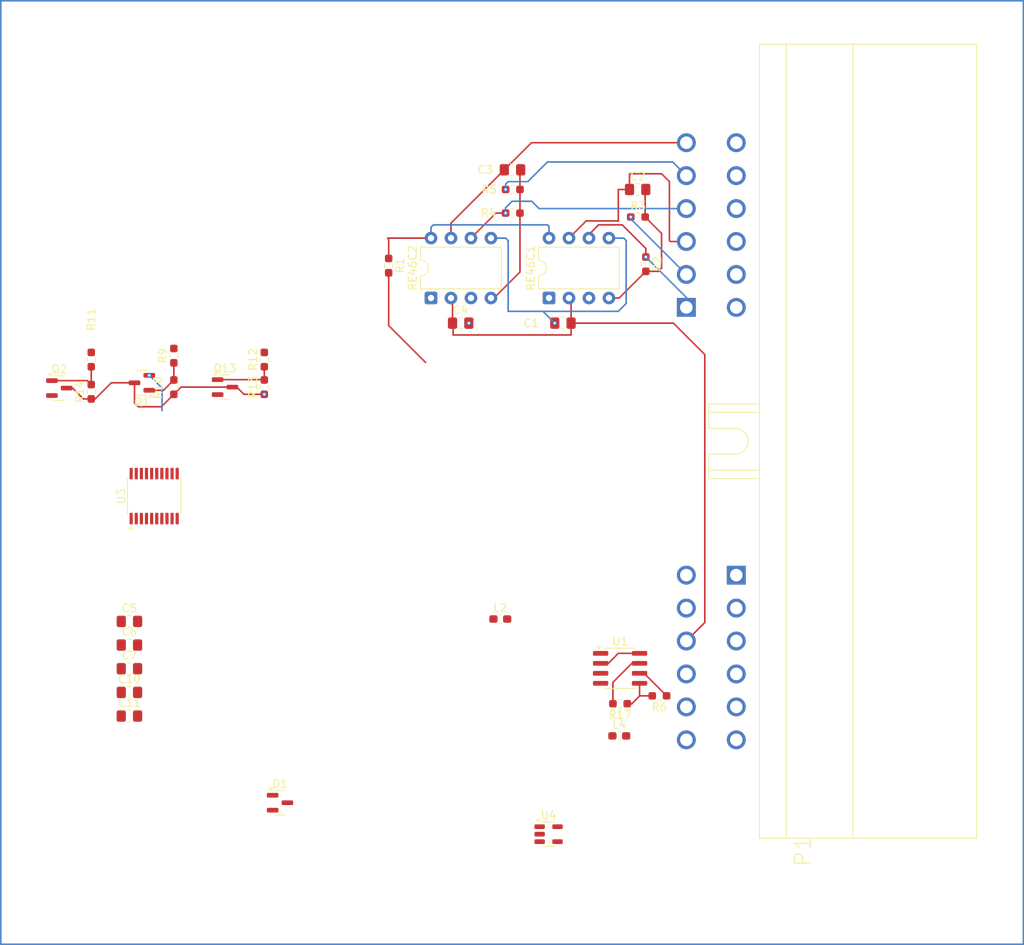
<source format=kicad_pcb>
(kicad_pcb (version 20241229) (generator "pcbnew") (generator_version "9.0")
  (layers (0 "F.Cu" signal) (2 "B.Cu" signal) (13 "F.Paste" user) (15 "B.Paste" user) (5 "F.SilkS" user "F.Silkscreen") (7 "B.SilkS" user "B.Silkscreen") (1 "F.Mask" user) (3 "B.Mask" user) (25 "Edge.Cuts" user))
  (net 0 "")
  (net 1 "Net-(RE46C1-HRNEN)")
  (net 2 "Buzz_Enable")
  (net 3 "Net-(RE46C1-FEED)")
  (net 4 "Speaker1_G")
  (net 5 "Speaker1_F")
  (net 6 "Net-(RE46C2-FEED)")
  (net 7 "Speaker2_G")
  (net 8 "Speaker2_F")
  (net 9 "CANH")
  (net 10 "CANL")
  (net 11 "BMS_Fault")
  (net 12 "Net-(Q1-G)")
  (net 13 "3.3V")
  (net 14 "Net-(Q2-G)")
  (net 15 "IMD_Fault")
  (net 16 "Reset")
  (net 17 "Net-(Q13-G)")
  (net 18 "GND")
  (net 19 "Net-(U1-VCC)")
  (net 20 "Vref")
  (net 21 "SPK_12V+")
  (net 22 "3.3V+")
  (net 23 "+3.3V")
  (net 24 "Net-(U1-CANL)")
  (net 25 "Net-(U1-CANH)")
  (net 27 "Speaker1_M")
  (net 29 "Speaker2_M")
  (net 37 "Net-(Q1-S)")
  (net 38 "Net-(Q2-S)")
  (net 39 "Teensy_TX")
  (net 40 "Teensy_RX")
  (net 41 "Net-(Q13-S)")
  (net 42 "Net-(U1-D)")
  (net 46 "Net-(U1-R)")
  (net 47 "R2D")
  (footprint "Capacitor_SMD:C_0805_2012Metric_Pad1.18x1.45mm_HandSolder" (layer "F.Cu") (at 115.8525 101.935)
    (property "Reference" "C5" (at 0 -1.68 0) (layer "F.SilkS"))
    (property "Value" "10uF")
    (fp_line (start -0.261252 -0.735) (end 0.261252 -0.735) (stroke (width 0.12)) (layer "F.SilkS"))
    (fp_line (start -0.261252 0.735) (end 0.261252 0.735) (stroke (width 0.12)) (layer "F.SilkS"))
    (pad "1" smd roundrect (at -1.0375 0) (size 1.175 1.45) (layers "F.Cu" "F.Mask" "F.Paste") (roundrect_rratio 0.212766) (net 19 "Net-(U1-VCC)"))
    (pad "2" smd roundrect (at 1.0375 0) (size 1.175 1.45) (layers "F.Cu" "F.Mask" "F.Paste") (roundrect_rratio 0.212766) (net 18 "GND"))
  )
  (footprint "Resistor_SMD:R_0603_1608Metric_Pad0.98x0.95mm_HandSolder" (layer "F.Cu") (at 164.5875 50)
    (property "Reference" "R4" (at -3.0875 0 0) (layer "F.SilkS"))
    (property "Value" "1.5M")
    (fp_line (start -0.254724 -0.5225) (end 0.254724 -0.5225) (stroke (width 0.12)) (layer "F.SilkS"))
    (fp_line (start -0.254724 0.5225) (end 0.254724 0.5225) (stroke (width 0.12)) (layer "F.SilkS"))
    (pad "1" smd roundrect (at -0.9125 0) (size 0.975 0.95) (layers "F.Cu" "F.Mask" "F.Paste") (net 7 "Speaker2_G"))
    (pad "2" smd roundrect (at 0.9125 0) (size 0.975 0.95) (layers "F.Cu" "F.Mask" "F.Paste") (net 6 "Net-(RE46C2-FEED)"))
  )
  (footprint "Capacitor_SMD:C_0805_2012Metric_Pad1.18x1.45mm_HandSolder" (layer "F.Cu") (at 180.4625 47)
    (property "Reference" "C2" (at 0 -1.68 0) (layer "F.SilkS"))
    (property "Value" "1200pF")
    (fp_line (start -0.261252 -0.735) (end 0.261252 -0.735) (stroke (width 0.12)) (layer "F.SilkS"))
    (fp_line (start -0.261252 0.735) (end 0.261252 0.735) (stroke (width 0.12)) (layer "F.SilkS"))
    (pad "1" smd roundrect (at -1.0375 0) (size 1.175 1.45) (layers "F.Cu" "F.Mask" "F.Paste") (roundrect_rratio 0.212766) (net 27 "Speaker1_M"))
    (pad "2" smd roundrect (at 1.0375 0) (size 1.175 1.45) (layers "F.Cu" "F.Mask" "F.Paste") (roundrect_rratio 0.212766) (net 3 "Net-(RE46C1-FEED)"))
  )
  (footprint "Package_TO_SOT_SMD:SOT-23" (layer "F.Cu") (at 106.9375 72.2625)
    (property "Reference" "Q2" (at 0 -2.4 0) (layer "F.SilkS"))
    (property "Value" "AO3400A")
    (fp_line (start 0 -1.56) (end -0.65 -1.56) (stroke (width 0.12)) (layer "F.SilkS"))
    (fp_line (start 0 -1.56) (end 0.65 -1.56) (stroke (width 0.12)) (layer "F.SilkS"))
    (fp_line (start 0 1.56) (end -0.65 1.56) (stroke (width 0.12)) (layer "F.SilkS"))
    (fp_line (start 0 1.56) (end 0.65 1.56) (stroke (width 0.12)) (layer "F.SilkS"))
    (fp_poly (pts (xy -1.1625 -1.51) (xy -1.4025 -1.84) (xy -0.9225 -1.84)) (stroke (width 0.12)) (fill yes) (layer "F.SilkS"))
    (pad "1" smd roundrect (at -0.9375 -0.95) (size 1.475 0.6) (layers "F.Cu" "F.Mask" "F.Paste") (net 14 "Net-(Q2-G)"))
    (pad "2" smd roundrect (at -0.9375 0.95) (size 1.475 0.6) (layers "F.Cu" "F.Mask" "F.Paste") (net 38 "Net-(Q2-S)"))
    (pad "3" smd roundrect (at 0.9375 0) (size 1.475 0.6) (layers "F.Cu" "F.Mask" "F.Paste") (net 18 "GND"))
  )
  (footprint "Package_TO_SOT_SMD:TSOT-23-5" (layer "F.Cu") (at 169.1375 129)
    (property "Reference" "U4" (at 0 -2.4 0) (layer "F.SilkS"))
    (property "Value" "LT1761-3.3")
    (fp_line (start 0 -1.56) (end -0.8 -1.56) (stroke (width 0.12)) (layer "F.SilkS"))
    (fp_line (start 0 -1.56) (end 0.8 -1.56) (stroke (width 0.12)) (layer "F.SilkS"))
    (fp_line (start 0 1.56) (end -0.8 1.56) (stroke (width 0.12)) (layer "F.SilkS"))
    (fp_line (start 0 1.56) (end 0.8 1.56) (stroke (width 0.12)) (layer "F.SilkS"))
    (fp_poly (pts (xy -1.3 -1.51) (xy -1.54 -1.84) (xy -1.06 -1.84)) (stroke (width 0.12)) (fill yes) (layer "F.SilkS"))
    (pad "1" smd roundrect (at -1.1375 -0.95) (size 1.325 0.6) (layers "F.Cu" "F.Mask" "F.Paste") (net 21 "SPK_12V+"))
    (pad "2" smd roundrect (at -1.1375 0) (size 1.325 0.6) (layers "F.Cu" "F.Mask" "F.Paste") (net 18 "GND"))
    (pad "3" smd roundrect (at -1.1375 0.95) (size 1.325 0.6) (layers "F.Cu" "F.Mask" "F.Paste"))
    (pad "4" smd roundrect (at 1.1375 0.95) (size 1.325 0.6) (layers "F.Cu" "F.Mask" "F.Paste"))
    (pad "5" smd roundrect (at 1.1375 -0.95) (size 1.325 0.6) (layers "F.Cu" "F.Mask" "F.Paste") (net 22 "3.3V+"))
  )
  (footprint "Package_SO:SOIC-8_3.9x4.9mm_P1.27mm" (layer "F.Cu") (at 178.230001 107.905)
    (property "Reference" "U1" (at 0 -3.4 0) (layer "F.SilkS"))
    (property "Value" "SN65HVD230")
    (fp_line (start 0 -2.56) (end -1.95 -2.56) (stroke (width 0.12)) (layer "F.SilkS"))
    (fp_line (start 0 -2.56) (end 1.95 -2.56) (stroke (width 0.12)) (layer "F.SilkS"))
    (fp_line (start 0 2.56) (end -1.95 2.56) (stroke (width 0.12)) (layer "F.SilkS"))
    (fp_line (start 0 2.56) (end 1.95 2.56) (stroke (width 0.12)) (layer "F.SilkS"))
    (fp_poly (pts (xy -2.7 -2.465) (xy -2.94 -2.795) (xy -2.46 -2.795)) (stroke (width 0.12)) (fill yes) (layer "F.SilkS"))
    (pad "1" smd roundrect (at -2.475 -1.905) (size 1.95 0.6) (layers "F.Cu" "F.Mask" "F.Paste") (net 42 "Net-(U1-D)"))
    (pad "2" smd roundrect (at -2.475 -0.635) (size 1.95 0.6) (layers "F.Cu" "F.Mask" "F.Paste") (net 18 "GND"))
    (pad "3" smd roundrect (at -2.475 0.635) (size 1.95 0.6) (layers "F.Cu" "F.Mask" "F.Paste") (net 19 "Net-(U1-VCC)"))
    (pad "4" smd roundrect (at -2.475 1.905) (size 1.95 0.6) (layers "F.Cu" "F.Mask" "F.Paste") (net 46 "Net-(U1-R)"))
    (pad "5" smd roundrect (at 2.475 1.905) (size 1.95 0.6) (layers "F.Cu" "F.Mask" "F.Paste") (net 20 "Vref"))
    (pad "6" smd roundrect (at 2.475 0.635) (size 1.95 0.6) (layers "F.Cu" "F.Mask" "F.Paste") (net 24 "Net-(U1-CANL)"))
    (pad "7" smd roundrect (at 2.475 -0.635) (size 1.95 0.6) (layers "F.Cu" "F.Mask" "F.Paste") (net 25 "Net-(U1-CANH)"))
    (pad "8" smd roundrect (at 2.475 -1.905) (size 1.95 0.6) (layers "F.Cu" "F.Mask" "F.Paste") (net 18 "GND"))
  )
  (footprint "Resistor_SMD:R_0603_1608Metric_Pad0.98x0.95mm_HandSolder" (layer "F.Cu") (at 111 68.6375 90)
    (property "Reference" "R11" (at 5.0875 -0.02 90) (layer "F.SilkS"))
    (property "Value" "3k")
    (fp_line (start -0.254724 -0.5225) (end 0.254724 -0.5225) (stroke (width 0.12)) (layer "F.SilkS"))
    (fp_line (start -0.254724 0.5225) (end 0.254724 0.5225) (stroke (width 0.12)) (layer "F.SilkS"))
    (pad "1" smd roundrect (at -0.9125 0 90) (size 0.975 0.95) (layers "F.Cu" "F.Mask" "F.Paste") (net 14 "Net-(Q2-G)"))
    (pad "2" smd roundrect (at 0.9125 0 90) (size 0.975 0.95) (layers "F.Cu" "F.Mask" "F.Paste") (net 15 "IMD_Fault"))
  )
  (footprint "Package_DIP:DIP-8_W7.62mm" (layer "F.Cu") (at 154.19 60.805 90)
    (property "Reference" "RE46C2" (at 3.81 -2.33 90) (layer "F.SilkS"))
    (property "Value" "~")
    (fp_line (start 6.46 -1.33) (end 4.81 -1.33) (stroke (width 0.12)) (layer "F.SilkS"))
    (fp_line (start 2.81 -1.33) (end 1.16 -1.33) (stroke (width 0.12)) (layer "F.SilkS"))
    (fp_line (start 1.16 -1.33) (end 1.16 8.95) (stroke (width 0.12)) (layer "F.SilkS"))
    (fp_line (start 6.46 8.95) (end 6.46 -1.33) (stroke (width 0.12)) (layer "F.SilkS"))
    (fp_line (start 1.16 8.95) (end 6.46 8.95) (stroke (width 0.12)) (layer "F.SilkS"))
    (fp_arc (start 4.81 -1.33) (mid 3.81 -0.33) (end 2.81 -1.33) (stroke (width 0.12)) (layer "F.SilkS"))
    (pad "1" thru_hole roundrect (at 0 0 90) (size 1.6 1.6) (drill 0.8) (layers "*.Cu" "*.Mask") (roundrect_rratio 0.15625))
    (pad "2" thru_hole circle (at 0 2.54 90) (size 1.6 1.6) (drill 0.8) (layers "*.Cu" "*.Mask") (net 21 "SPK_12V+"))
    (pad "3" thru_hole circle (at 0 5.08 90) (size 1.6 1.6) (drill 0.8) (layers "*.Cu" "*.Mask"))
    (pad "4" thru_hole circle (at 0 7.62 90) (size 1.6 1.6) (drill 0.8) (layers "*.Cu" "*.Mask") (net 6 "Net-(RE46C2-FEED)"))
    (pad "5" thru_hole circle (at 7.62 7.62 90) (size 1.6 1.6) (drill 0.8) (layers "*.Cu" "*.Mask") (net 18 "GND"))
    (pad "6" thru_hole circle (at 7.62 5.08 90) (size 1.6 1.6) (drill 0.8) (layers "*.Cu" "*.Mask") (net 7 "Speaker2_G"))
    (pad "7" thru_hole circle (at 7.62 2.54 90) (size 1.6 1.6) (drill 0.8) (layers "*.Cu" "*.Mask") (net 29 "Speaker2_M"))
    (pad "8" thru_hole circle (at 7.62 0 90) (size 1.6 1.6) (drill 0.8) (layers "*.Cu" "*.Mask") (net 1 "Net-(RE46C1-HRNEN)"))
  )
  (footprint "Capacitor_SMD:C_0805_2012Metric_Pad1.18x1.45mm_HandSolder" (layer "F.Cu") (at 115.8525 107.955)
    (property "Reference" "C7" (at 0 -1.68 0) (layer "F.SilkS"))
    (property "Value" "C")
    (fp_line (start -0.261252 -0.735) (end 0.261252 -0.735) (stroke (width 0.12)) (layer "F.SilkS"))
    (fp_line (start -0.261252 0.735) (end 0.261252 0.735) (stroke (width 0.12)) (layer "F.SilkS"))
    (pad "1" smd roundrect (at -1.0375 0) (size 1.175 1.45) (layers "F.Cu" "F.Mask" "F.Paste") (roundrect_rratio 0.212766) (net 13 "3.3V"))
    (pad "2" smd roundrect (at 1.0375 0) (size 1.175 1.45) (layers "F.Cu" "F.Mask" "F.Paste") (roundrect_rratio 0.212766) (net 18 "GND"))
  )
  (footprint "Resistor_SMD:R_0603_1608Metric_Pad0.98x0.95mm_HandSolder" (layer "F.Cu") (at 133 68.6375 90)
    (property "Reference" "R12" (at 0 -1.43 90) (layer "F.SilkS"))
    (property "Value" "3k")
    (fp_line (start -0.254724 -0.5225) (end 0.254724 -0.5225) (stroke (width 0.12)) (layer "F.SilkS"))
    (fp_line (start -0.254724 0.5225) (end 0.254724 0.5225) (stroke (width 0.12)) (layer "F.SilkS"))
    (pad "1" smd roundrect (at -0.9125 0 90) (size 0.975 0.95) (layers "F.Cu" "F.Mask" "F.Paste") (net 17 "Net-(Q13-G)"))
    (pad "2" smd roundrect (at 0.9125 0 90) (size 0.975 0.95) (layers "F.Cu" "F.Mask" "F.Paste") (net 16 "Reset"))
  )
  (footprint "TE_DTM1312PC12PDR008:TE_DTM1312PC12PDR008" (layer "F.Cu") (at 191.04 79.025 90)
    (property "Reference" "P1" (at -52.16863 10.42965 90) (layer "F.SilkS") (effects (font (size 2.005717 2.005717))))
    (property "Value" "DTM1312PC12PDR008")
    (fp_line (start 4.75 -1.52) (end 4.75 4.91) (stroke (width 0.127)) (layer "F.SilkS"))
    (fp_line (start 3.68 -1.52) (end 4.75 -1.52) (stroke (width 0.127)) (layer "F.SilkS"))
    (fp_line (start 1.625 -1.52) (end 3.68 -1.52) (stroke (width 0.127)) (layer "F.SilkS"))
    (fp_line (start -1.625 -1.52) (end -1.625 1.855) (stroke (width 0.127)) (layer "F.SilkS"))
    (fp_line (start -3.68 -1.52) (end -1.625 -1.52) (stroke (width 0.127)) (layer "F.SilkS"))
    (fp_line (start -4.75 -1.52) (end -3.68 -1.52) (stroke (width 0.127)) (layer "F.SilkS"))
    (fp_line (start 1.625 1.855) (end 1.625 -1.52) (stroke (width 0.127)) (layer "F.SilkS"))
    (fp_line (start 50.5 4.91) (end 50.5 8.31) (stroke (width 0.127)) (layer "F.SilkS"))
    (fp_line (start 4.75 4.91) (end 50.5 4.91) (stroke (width 0.127)) (layer "F.SilkS"))
    (fp_line (start 3.68 4.91) (end 3.68 -1.52) (stroke (width 0.127)) (layer "F.SilkS"))
    (fp_line (start 3.68 4.91) (end 4.75 4.91) (stroke (width 0.127)) (layer "F.SilkS"))
    (fp_line (start -3.68 4.91) (end -3.68 -1.52) (stroke (width 0.127)) (layer "F.SilkS"))
    (fp_line (start -3.68 4.91) (end 3.68 4.91) (stroke (width 0.127)) (layer "F.SilkS"))
    (fp_line (start -4.75 4.91) (end -4.75 -1.52) (stroke (width 0.127)) (layer "F.SilkS"))
    (fp_line (start -4.75 4.91) (end -3.68 4.91) (stroke (width 0.127)) (layer "F.SilkS"))
    (fp_line (start -50.5 4.91) (end -4.75 4.91) (stroke (width 0.127)) (layer "F.SilkS"))
    (fp_line (start 50.5 8.31) (end 50.5 16.77) (stroke (width 0.127)) (layer "F.SilkS"))
    (fp_line (start -50.5 8.31) (end -50.5 4.91) (stroke (width 0.127)) (layer "F.SilkS"))
    (fp_line (start -50.5 8.31) (end 50.5 8.31) (stroke (width 0.127)) (layer "F.SilkS"))
    (fp_line (start 50.5 16.77) (end -50.5 16.77) (stroke (width 0.127)) (layer "F.SilkS"))
    (fp_line (start -50.5 16.77) (end -50.5 8.31) (stroke (width 0.127)) (layer "F.SilkS"))
    (fp_line (start -50.5 16.77) (end -50.5 32.52) (stroke (width 0.127)) (layer "F.SilkS"))
    (fp_line (start 50.5 32.52) (end 50.5 16.77) (stroke (width 0.127)) (layer "F.SilkS"))
    (fp_line (start -50.5 32.52) (end 50.5 32.52) (stroke (width 0.127)) (layer "F.SilkS"))
    (fp_arc (start 1.625 1.855) (mid 1.149049 3.004049) (end 0 3.48) (stroke (width 0.127)) (layer "F.SilkS"))
    (fp_arc (start 0 3.48) (mid -1.149049 3.004049) (end -1.625 1.855) (stroke (width 0.127)) (layer "F.SilkS"))
    (pad "C1" thru_hole rect (at -17.025 1.96 90) (size 2.4 2.4) (drill 1.6) (layers "*.Cu" "*.Mask"))
    (pad "C2" thru_hole circle (at -21.215 1.96 90) (size 2.4 2.4) (drill 1.6) (layers "*.Cu" "*.Mask"))
    (pad "C3" thru_hole circle (at -25.405 1.96 90) (size 2.4 2.4) (drill 1.6) (layers "*.Cu" "*.Mask"))
    (pad "C4" thru_hole circle (at -29.595 1.96 90) (size 2.4 2.4) (drill 1.6) (layers "*.Cu" "*.Mask") (net 18 "GND"))
    (pad "C5" thru_hole circle (at -33.785 1.96 90) (size 2.4 2.4) (drill 1.6) (layers "*.Cu" "*.Mask") (net 40 "Teensy_RX"))
    (pad "C6" thru_hole circle (at -37.975 1.96 90) (size 2.4 2.4) (drill 1.6) (layers "*.Cu" "*.Mask") (net 39 "Teensy_TX"))
    (pad "C7" thru_hole circle (at -37.975 -4.39 90) (size 2.4 2.4) (drill 1.6) (layers "*.Cu" "*.Mask") (net 10 "CANL"))
    (pad "C8" thru_hole circle (at -33.785 -4.39 90) (size 2.4 2.4) (drill 1.6) (layers "*.Cu" "*.Mask") (net 9 "CANH"))
    (pad "C9" thru_hole circle (at -29.595 -4.39 90) (size 2.4 2.4) (drill 1.6) (layers "*.Cu" "*.Mask"))
    (pad "C10" thru_hole circle (at -25.405 -4.39 90) (size 2.4 2.4) (drill 1.6) (layers "*.Cu" "*.Mask") (net 21 "SPK_12V+"))
    (pad "C11" thru_hole circle (at -21.215 -4.39 90) (size 2.4 2.4) (drill 1.6) (layers "*.Cu" "*.Mask") (net 18 "GND"))
    (pad "C12" thru_hole circle (at -17.025 -4.39 90) (size 2.4 2.4) (drill 1.6) (layers "*.Cu" "*.Mask") (net 47 "R2D"))
    (pad "D1" thru_hole rect (at 17.025 -4.39 90) (size 2.4 2.4) (drill 1.6) (layers "*.Cu" "*.Mask") (net 4 "Speaker1_G"))
    (pad "D2" thru_hole circle (at 21.215 -4.39 90) (size 2.4 2.4) (drill 1.6) (layers "*.Cu" "*.Mask") (net 5 "Speaker1_F"))
    (pad "D3" thru_hole circle (at 25.405 -4.39 90) (size 2.4 2.4) (drill 1.6) (layers "*.Cu" "*.Mask") (net 27 "Speaker1_M"))
    (pad "D4" thru_hole circle (at 29.595 -4.39 90) (size 2.4 2.4) (drill 1.6) (layers "*.Cu" "*.Mask") (net 7 "Speaker2_G"))
    (pad "D5" thru_hole circle (at 33.785 -4.39 90) (size 2.4 2.4) (drill 1.6) (layers "*.Cu" "*.Mask") (net 8 "Speaker2_F"))
    (pad "D6" thru_hole circle (at 37.975 -4.39 90) (size 2.4 2.4) (drill 1.6) (layers "*.Cu" "*.Mask") (net 29 "Speaker2_M"))
    (pad "D7" thru_hole circle (at 37.975 1.96 90) (size 2.4 2.4) (drill 1.6) (layers "*.Cu" "*.Mask"))
    (pad "D8" thru_hole circle (at 33.785 1.96 90) (size 2.4 2.4) (drill 1.6) (layers "*.Cu" "*.Mask"))
    (pad "D9" thru_hole circle (at 29.595 1.96 90) (size 2.4 2.4) (drill 1.6) (layers "*.Cu" "*.Mask"))
    (pad "D10" thru_hole circle (at 25.405 1.96 90) (size 2.4 2.4) (drill 1.6) (layers "*.Cu" "*.Mask"))
    (pad "D11" thru_hole circle (at 21.215 1.96 90) (size 2.4 2.4) (drill 1.6) (layers "*.Cu" "*.Mask"))
    (pad "D12" thru_hole circle (at 17.025 1.96 90) (size 2.4 2.4) (drill 1.6) (layers "*.Cu" "*.Mask"))
  )
  (footprint "Inductor_SMD:L_0603_1608Metric_Pad1.05x0.95mm_HandSolder" (layer "F.Cu") (at 162.999999 101.635)
    (property "Reference" "L2" (at 0 -1.43 0) (layer "F.SilkS"))
    (property "Value" "GZ1608D601TF")
    (fp_line (start -0.171267 -0.51) (end 0.171267 -0.51) (stroke (width 0.12)) (layer "F.SilkS"))
    (fp_line (start -0.171267 0.51) (end 0.171267 0.51) (stroke (width 0.12)) (layer "F.SilkS"))
    (pad "1" smd roundrect (at -0.875 0) (size 1.05 0.95) (layers "F.Cu" "F.Mask" "F.Paste") (net 19 "Net-(U1-VCC)"))
    (pad "2" smd roundrect (at 0.875 0) (size 1.05 0.95) (layers "F.Cu" "F.Mask" "F.Paste") (net 23 "+3.3V"))
  )
  (footprint "Package_TO_SOT_SMD:SOT-23" (layer "F.Cu") (at 135 125)
    (property "Reference" "D1" (at 0 -2.4 0) (layer "F.SilkS"))
    (property "Value" "ESD2CANFD24DBZRQ1")
    (fp_line (start 0 -1.56) (end -0.65 -1.56) (stroke (width 0.12)) (layer "F.SilkS"))
    (fp_line (start 0 -1.56) (end 0.65 -1.56) (stroke (width 0.12)) (layer "F.SilkS"))
    (fp_line (start 0 1.56) (end -0.65 1.56) (stroke (width 0.12)) (layer "F.SilkS"))
    (fp_line (start 0 1.56) (end 0.65 1.56) (stroke (width 0.12)) (layer "F.SilkS"))
    (fp_poly (pts (xy -1.1625 -1.51) (xy -1.4025 -1.84) (xy -0.9225 -1.84)) (stroke (width 0.12)) (fill yes) (layer "F.SilkS"))
    (pad "1" smd roundrect (at -0.9375 -0.95) (size 1.475 0.6) (layers "F.Cu" "F.Mask" "F.Paste") (net 10 "CANL"))
    (pad "2" smd roundrect (at -0.9375 0.95) (size 1.475 0.6) (layers "F.Cu" "F.Mask" "F.Paste") (net 9 "CANH"))
    (pad "3" smd roundrect (at 0.9375 0) (size 1.475 0.6) (layers "F.Cu" "F.Mask" "F.Paste") (net 18 "GND"))
  )
  (footprint "Capacitor_SMD:C_0805_2012Metric_Pad1.18x1.45mm_HandSolder" (layer "F.Cu") (at 170.9625 64 180)
    (property "Reference" "C1" (at 4.0375 0 0) (layer "F.SilkS"))
    (property "Value" "1uF/50V")
    (fp_line (start -0.261252 0.735) (end 0.261252 0.735) (stroke (width 0.12)) (layer "F.SilkS"))
    (fp_line (start -0.261252 -0.735) (end 0.261252 -0.735) (stroke (width 0.12)) (layer "F.SilkS"))
    (pad "1" smd roundrect (at -1.0375 0 180) (size 1.175 1.45) (layers "F.Cu" "F.Mask" "F.Paste") (roundrect_rratio 0.212766) (net 21 "SPK_12V+"))
    (pad "2" smd roundrect (at 1.0375 0 180) (size 1.175 1.45) (layers "F.Cu" "F.Mask" "F.Paste") (roundrect_rratio 0.212766) (net 18 "GND"))
  )
  (footprint "Resistor_SMD:R_0603_1608Metric_Pad0.98x0.95mm_HandSolder" (layer "F.Cu") (at 121.5 72.1375 90)
    (property "Reference" "R10" (at -0.0625 -2 90) (layer "F.SilkS"))
    (property "Value" "12k")
    (fp_line (start -0.254724 -0.5225) (end 0.254724 -0.5225) (stroke (width 0.12)) (layer "F.SilkS"))
    (fp_line (start -0.254724 0.5225) (end 0.254724 0.5225) (stroke (width 0.12)) (layer "F.SilkS"))
    (pad "1" smd roundrect (at -0.9125 0 90) (size 0.975 0.95) (layers "F.Cu" "F.Mask" "F.Paste") (net 18 "GND"))
    (pad "2" smd roundrect (at 0.9125 0 90) (size 0.975 0.95) (layers "F.Cu" "F.Mask" "F.Paste") (net 12 "Net-(Q1-G)"))
  )
  (footprint "Package_SO:TSSOP-20_4.4x6.5mm_P0.65mm" (layer "F.Cu") (at 119 86 90)
    (property "Reference" "U3" (at 0 -4.2 90) (layer "F.SilkS"))
    (property "Value" "STM32C011F4Px")
    (fp_line (start 0 -3.385) (end 2.2 -3.385) (stroke (width 0.12)) (layer "F.SilkS"))
    (fp_line (start 0 -3.385) (end -2.2 -3.385) (stroke (width 0.12)) (layer "F.SilkS"))
    (fp_line (start 0 3.385) (end 2.2 3.385) (stroke (width 0.12)) (layer "F.SilkS"))
    (fp_line (start 0 3.385) (end -2.2 3.385) (stroke (width 0.12)) (layer "F.SilkS"))
    (fp_poly (pts (xy -3.86 -2.925) (xy -4.19 -2.685) (xy -4.19 -3.165)) (stroke (width 0.12)) (fill yes) (layer "F.SilkS"))
    (pad "1" smd roundrect (at -2.8625 -2.925 90) (size 1.475 0.4) (layers "F.Cu" "F.Mask" "F.Paste"))
    (pad "2" smd roundrect (at -2.8625 -2.275 90) (size 1.475 0.4) (layers "F.Cu" "F.Mask" "F.Paste"))
    (pad "3" smd roundrect (at -2.8625 -1.625 90) (size 1.475 0.4) (layers "F.Cu" "F.Mask" "F.Paste"))
    (pad "4" smd roundrect (at -2.8625 -0.975 90) (size 1.475 0.4) (layers "F.Cu" "F.Mask" "F.Paste") (net 13 "3.3V"))
    (pad "5" smd roundrect (at -2.8625 -0.325 90) (size 1.475 0.4) (layers "F.Cu" "F.Mask" "F.Paste") (net 18 "GND"))
    (pad "6" smd roundrect (at -2.8625 0.325 90) (size 1.475 0.4) (layers "F.Cu" "F.Mask" "F.Paste"))
    (pad "7" smd roundrect (at -2.8625 0.975 90) (size 1.475 0.4) (layers "F.Cu" "F.Mask" "F.Paste") (net 46 "Net-(U1-R)"))
    (pad "8" smd roundrect (at -2.8625 1.625 90) (size 1.475 0.4) (layers "F.Cu" "F.Mask" "F.Paste") (net 42 "Net-(U1-D)"))
    (pad "9" smd roundrect (at -2.8625 2.275 90) (size 1.475 0.4) (layers "F.Cu" "F.Mask" "F.Paste") (net 40 "Teensy_RX"))
    (pad "10" smd roundrect (at -2.8625 2.925 90) (size 1.475 0.4) (layers "F.Cu" "F.Mask" "F.Paste") (net 39 "Teensy_TX"))
    (pad "11" smd roundrect (at 2.8625 2.925 90) (size 1.475 0.4) (layers "F.Cu" "F.Mask" "F.Paste") (net 38 "Net-(Q2-S)"))
    (pad "12" smd roundrect (at 2.8625 2.275 90) (size 1.475 0.4) (layers "F.Cu" "F.Mask" "F.Paste") (net 37 "Net-(Q1-S)"))
    (pad "13" smd roundrect (at 2.8625 1.625 90) (size 1.475 0.4) (layers "F.Cu" "F.Mask" "F.Paste") (net 41 "Net-(Q13-S)"))
    (pad "14" smd roundrect (at 2.8625 0.975 90) (size 1.475 0.4) (layers "F.Cu" "F.Mask" "F.Paste") (net 2 "Buzz_Enable"))
    (pad "15" smd roundrect (at 2.8625 0.325 90) (size 1.475 0.4) (layers "F.Cu" "F.Mask" "F.Paste") (net 47 "R2D"))
    (pad "16" smd roundrect (at 2.8625 -0.325 90) (size 1.475 0.4) (layers "F.Cu" "F.Mask" "F.Paste"))
    (pad "17" smd roundrect (at 2.8625 -0.975 90) (size 1.475 0.4) (layers "F.Cu" "F.Mask" "F.Paste"))
    (pad "18" smd roundrect (at 2.8625 -1.625 90) (size 1.475 0.4) (layers "F.Cu" "F.Mask" "F.Paste"))
    (pad "19" smd roundrect (at 2.8625 -2.275 90) (size 1.475 0.4) (layers "F.Cu" "F.Mask" "F.Paste"))
    (pad "20" smd roundrect (at 2.8625 -2.925 90) (size 1.475 0.4) (layers "F.Cu" "F.Mask" "F.Paste"))
  )
  (footprint "Resistor_SMD:R_0603_1608Metric_Pad0.98x0.95mm_HandSolder" (layer "F.Cu") (at 164.5875 47)
    (property "Reference" "R5" (at -3 0 0) (layer "F.SilkS"))
    (property "Value" "150k")
    (fp_line (start -0.254724 -0.5225) (end 0.254724 -0.5225) (stroke (width 0.12)) (layer "F.SilkS"))
    (fp_line (start -0.254724 0.5225) (end 0.254724 0.5225) (stroke (width 0.12)) (layer "F.SilkS"))
    (pad "1" smd roundrect (at -0.9125 0) (size 0.975 0.95) (layers "F.Cu" "F.Mask" "F.Paste") (net 8 "Speaker2_F"))
    (pad "2" smd roundrect (at 0.9125 0) (size 0.975 0.95) (layers "F.Cu" "F.Mask" "F.Paste") (net 6 "Net-(RE46C2-FEED)"))
  )
  (footprint "Package_DIP:DIP-8_W7.62mm" (layer "F.Cu") (at 169.19 60.805 90)
    (property "Reference" "RE46C1" (at 3.81 -2.33 90) (layer "F.SilkS"))
    (property "Value" "~")
    (fp_line (start 6.46 -1.33) (end 4.81 -1.33) (stroke (width 0.12)) (layer "F.SilkS"))
    (fp_line (start 2.81 -1.33) (end 1.16 -1.33) (stroke (width 0.12)) (layer "F.SilkS"))
    (fp_line (start 1.16 -1.33) (end 1.16 8.95) (stroke (width 0.12)) (layer "F.SilkS"))
    (fp_line (start 6.46 8.95) (end 6.46 -1.33) (stroke (width 0.12)) (layer "F.SilkS"))
    (fp_line (start 1.16 8.95) (end 6.46 8.95) (stroke (width 0.12)) (layer "F.SilkS"))
    (fp_arc (start 4.81 -1.33) (mid 3.81 -0.33) (end 2.81 -1.33) (stroke (width 0.12)) (layer "F.SilkS"))
    (pad "1" thru_hole roundrect (at 0 0 90) (size 1.6 1.6) (drill 0.8) (layers "*.Cu" "*.Mask") (roundrect_rratio 0.15625))
    (pad "2" thru_hole circle (at 0 2.54 90) (size 1.6 1.6) (drill 0.8) (layers "*.Cu" "*.Mask") (net 21 "SPK_12V+"))
    (pad "3" thru_hole circle (at 0 5.08 90) (size 1.6 1.6) (drill 0.8) (layers "*.Cu" "*.Mask"))
    (pad "4" thru_hole circle (at 0 7.62 90) (size 1.6 1.6) (drill 0.8) (layers "*.Cu" "*.Mask") (net 3 "Net-(RE46C1-FEED)"))
    (pad "5" thru_hole circle (at 7.62 7.62 90) (size 1.6 1.6) (drill 0.8) (layers "*.Cu" "*.Mask") (net 18 "GND"))
    (pad "6" thru_hole circle (at 7.62 5.08 90) (size 1.6 1.6) (drill 0.8) (layers "*.Cu" "*.Mask") (net 4 "Speaker1_G"))
    (pad "7" thru_hole circle (at 7.62 2.54 90) (size 1.6 1.6) (drill 0.8) (layers "*.Cu" "*.Mask") (net 27 "Speaker1_M"))
    (pad "8" thru_hole circle (at 7.62 0 90) (size 1.6 1.6) (drill 0.8) (layers "*.Cu" "*.Mask") (net 1 "Net-(RE46C1-HRNEN)"))
  )
  (footprint "Resistor_SMD:R_0603_1608Metric_Pad0.98x0.95mm_HandSolder" (layer "F.Cu") (at 111 72.725 90)
    (property "Reference" "R14" (at 0 -1.43 90) (layer "F.SilkS"))
    (property "Value" "12k")
    (fp_line (start -0.254724 -0.5225) (end 0.254724 -0.5225) (stroke (width 0.12)) (layer "F.SilkS"))
    (fp_line (start -0.254724 0.5225) (end 0.254724 0.5225) (stroke (width 0.12)) (layer "F.SilkS"))
    (pad "1" smd roundrect (at -0.9125 0 90) (size 0.975 0.95) (layers "F.Cu" "F.Mask" "F.Paste") (net 18 "GND"))
    (pad "2" smd roundrect (at 0.9125 0 90) (size 0.975 0.95) (layers "F.Cu" "F.Mask" "F.Paste") (net 14 "Net-(Q2-G)"))
  )
  (footprint "Resistor_SMD:R_0603_1608Metric_Pad0.98x0.95mm_HandSolder" (layer "F.Cu") (at 178.230001 112.405 180)
    (property "Reference" "R17" (at 0 -1.43 0) (layer "F.SilkS"))
    (property "Value" "60")
    (fp_line (start -0.254724 0.5225) (end 0.254724 0.5225) (stroke (width 0.12)) (layer "F.SilkS"))
    (fp_line (start -0.254724 -0.5225) (end 0.254724 -0.5225) (stroke (width 0.12)) (layer "F.SilkS"))
    (pad "1" smd roundrect (at -0.9125 0 180) (size 0.975 0.95) (layers "F.Cu" "F.Mask" "F.Paste") (net 20 "Vref"))
    (pad "2" smd roundrect (at 0.9125 0 180) (size 0.975 0.95) (layers "F.Cu" "F.Mask" "F.Paste") (net 25 "Net-(U1-CANH)"))
  )
  (footprint "Resistor_SMD:R_0603_1608Metric_Pad0.98x0.95mm_HandSolder" (layer "F.Cu") (at 180.5 50.5)
    (property "Reference" "R3" (at 0 -1.43 0) (layer "F.SilkS"))
    (property "Value" "150k")
    (fp_line (start -0.254724 -0.5225) (end 0.254724 -0.5225) (stroke (width 0.12)) (layer "F.SilkS"))
    (fp_line (start -0.254724 0.5225) (end 0.254724 0.5225) (stroke (width 0.12)) (layer "F.SilkS"))
    (pad "1" smd roundrect (at -0.9125 0) (size 0.975 0.95) (layers "F.Cu" "F.Mask" "F.Paste") (net 5 "Speaker1_F"))
    (pad "2" smd roundrect (at 0.9125 0) (size 0.975 0.95) (layers "F.Cu" "F.Mask" "F.Paste") (net 3 "Net-(RE46C1-FEED)"))
  )
  (footprint "Capacitor_SMD:C_0805_2012Metric_Pad1.18x1.45mm_HandSolder" (layer "F.Cu") (at 115.8525 113.975)
    (property "Reference" "C11" (at 0 -1.68 0) (layer "F.SilkS"))
    (property "Value" "10uF")
    (fp_line (start -0.261252 -0.735) (end 0.261252 -0.735) (stroke (width 0.12)) (layer "F.SilkS"))
    (fp_line (start -0.261252 0.735) (end 0.261252 0.735) (stroke (width 0.12)) (layer "F.SilkS"))
    (pad "1" smd roundrect (at -1.0375 0) (size 1.175 1.45) (layers "F.Cu" "F.Mask" "F.Paste") (roundrect_rratio 0.212766) (net 21 "SPK_12V+"))
    (pad "2" smd roundrect (at 1.0375 0) (size 1.175 1.45) (layers "F.Cu" "F.Mask" "F.Paste") (roundrect_rratio 0.212766) (net 18 "GND"))
  )
  (footprint "Package_TO_SOT_SMD:SOT-23" (layer "F.Cu") (at 128 72.1375)
    (property "Reference" "Q13" (at 0 -2.4 0) (layer "F.SilkS"))
    (property "Value" "AO3400A")
    (fp_line (start 0 -1.56) (end -0.65 -1.56) (stroke (width 0.12)) (layer "F.SilkS"))
    (fp_line (start 0 -1.56) (end 0.65 -1.56) (stroke (width 0.12)) (layer "F.SilkS"))
    (fp_line (start 0 1.56) (end -0.65 1.56) (stroke (width 0.12)) (layer "F.SilkS"))
    (fp_line (start 0 1.56) (end 0.65 1.56) (stroke (width 0.12)) (layer "F.SilkS"))
    (fp_poly (pts (xy -1.1625 -1.51) (xy -1.4025 -1.84) (xy -0.9225 -1.84)) (stroke (width 0.12)) (fill yes) (layer "F.SilkS"))
    (pad "1" smd roundrect (at -0.9375 -0.95) (size 1.475 0.6) (layers "F.Cu" "F.Mask" "F.Paste") (net 17 "Net-(Q13-G)"))
    (pad "2" smd roundrect (at -0.9375 0.95) (size 1.475 0.6) (layers "F.Cu" "F.Mask" "F.Paste") (net 41 "Net-(Q13-S)"))
    (pad "3" smd roundrect (at 0.9375 0) (size 1.475 0.6) (layers "F.Cu" "F.Mask" "F.Paste") (net 18 "GND"))
  )
  (footprint "Resistor_SMD:R_0603_1608Metric_Pad0.98x0.95mm_HandSolder" (layer "F.Cu") (at 148.81 56.685 -90)
    (property "Reference" "R1" (at 0 -1.43 90) (layer "F.SilkS"))
    (property "Value" "10K")
    (fp_line (start -0.254724 0.5225) (end 0.254724 0.5225) (stroke (width 0.12)) (layer "F.SilkS"))
    (fp_line (start -0.254724 -0.5225) (end 0.254724 -0.5225) (stroke (width 0.12)) (layer "F.SilkS"))
    (pad "1" smd roundrect (at -0.9125 0 270) (size 0.975 0.95) (layers "F.Cu" "F.Mask" "F.Paste") (net 1 "Net-(RE46C1-HRNEN)"))
    (pad "2" smd roundrect (at 0.9125 0 270) (size 0.975 0.95) (layers "F.Cu" "F.Mask" "F.Paste") (net 2 "Buzz_Enable"))
  )
  (footprint "Capacitor_SMD:C_0805_2012Metric_Pad1.18x1.45mm_HandSolder" (layer "F.Cu") (at 115.8525 104.945)
    (property "Reference" "C6" (at 0 -1.68 0) (layer "F.SilkS"))
    (property "Value" "4.7nF")
    (fp_line (start -0.261252 -0.735) (end 0.261252 -0.735) (stroke (width 0.12)) (layer "F.SilkS"))
    (fp_line (start -0.261252 0.735) (end 0.261252 0.735) (stroke (width 0.12)) (layer "F.SilkS"))
    (pad "1" smd roundrect (at -1.0375 0) (size 1.175 1.45) (layers "F.Cu" "F.Mask" "F.Paste") (roundrect_rratio 0.212766) (net 20 "Vref"))
    (pad "2" smd roundrect (at 1.0375 0) (size 1.175 1.45) (layers "F.Cu" "F.Mask" "F.Paste") (roundrect_rratio 0.212766) (net 18 "GND"))
  )
  (footprint "Capacitor_SMD:C_0805_2012Metric_Pad1.18x1.45mm_HandSolder" (layer "F.Cu") (at 164.55 44.5)
    (property "Reference" "C3" (at -3.4625 0 0) (layer "F.SilkS"))
    (property "Value" "1200pF")
    (fp_line (start -0.261252 -0.735) (end 0.261252 -0.735) (stroke (width 0.12)) (layer "F.SilkS"))
    (fp_line (start -0.261252 0.735) (end 0.261252 0.735) (stroke (width 0.12)) (layer "F.SilkS"))
    (pad "1" smd roundrect (at -1.0375 0) (size 1.175 1.45) (layers "F.Cu" "F.Mask" "F.Paste") (roundrect_rratio 0.212766) (net 29 "Speaker2_M"))
    (pad "2" smd roundrect (at 1.0375 0) (size 1.175 1.45) (layers "F.Cu" "F.Mask" "F.Paste") (roundrect_rratio 0.212766) (net 6 "Net-(RE46C2-FEED)"))
  )
  (footprint "Package_TO_SOT_SMD:SOT-23" (layer "F.Cu") (at 117.4375 71.5875 180)
    (property "Reference" "Q1" (at 0 -2.4 0) (layer "F.SilkS"))
    (property "Value" "AO3400A")
    (fp_line (start 0 1.56) (end 0.65 1.56) (stroke (width 0.12)) (layer "F.SilkS"))
    (fp_line (start 0 1.56) (end -0.65 1.56) (stroke (width 0.12)) (layer "F.SilkS"))
    (fp_line (start 0 -1.56) (end 0.65 -1.56) (stroke (width 0.12)) (layer "F.SilkS"))
    (fp_line (start 0 -1.56) (end -0.65 -1.56) (stroke (width 0.12)) (layer "F.SilkS"))
    (fp_poly (pts (xy -1.1625 -1.51) (xy -1.4025 -1.84) (xy -0.9225 -1.84)) (stroke (width 0.12)) (fill yes) (layer "F.SilkS"))
    (pad "1" smd roundrect (at -0.9375 -0.95 180) (size 1.475 0.6) (layers "F.Cu" "F.Mask" "F.Paste") (net 12 "Net-(Q1-G)"))
    (pad "2" smd roundrect (at -0.9375 0.95 180) (size 1.475 0.6) (layers "F.Cu" "F.Mask" "F.Paste") (net 37 "Net-(Q1-S)"))
    (pad "3" smd roundrect (at 0.9375 0 180) (size 1.475 0.6) (layers "F.Cu" "F.Mask" "F.Paste") (net 18 "GND"))
  )
  (footprint "Resistor_SMD:R_0603_1608Metric_Pad0.98x0.95mm_HandSolder" (layer "F.Cu") (at 183.230001 111.405 180)
    (property "Reference" "R6" (at 0 -1.43 0) (layer "F.SilkS"))
    (property "Value" "60")
    (fp_line (start -0.254724 0.5225) (end 0.254724 0.5225) (stroke (width 0.12)) (layer "F.SilkS"))
    (fp_line (start -0.254724 -0.5225) (end 0.254724 -0.5225) (stroke (width 0.12)) (layer "F.SilkS"))
    (pad "1" smd roundrect (at -0.9125 0 180) (size 0.975 0.95) (layers "F.Cu" "F.Mask" "F.Paste") (net 24 "Net-(U1-CANL)"))
    (pad "2" smd roundrect (at 0.9125 0 180) (size 0.975 0.95) (layers "F.Cu" "F.Mask" "F.Paste") (net 20 "Vref"))
  )
  (footprint "Capacitor_SMD:C_0805_2012Metric_Pad1.18x1.45mm_HandSolder" (layer "F.Cu") (at 157.9625 64)
    (property "Reference" "C4" (at 0 -1.68 0) (layer "F.SilkS"))
    (property "Value" "1uF/50V")
    (fp_line (start -0.261252 -0.735) (end 0.261252 -0.735) (stroke (width 0.12)) (layer "F.SilkS"))
    (fp_line (start -0.261252 0.735) (end 0.261252 0.735) (stroke (width 0.12)) (layer "F.SilkS"))
    (pad "1" smd roundrect (at -1.0375 0) (size 1.175 1.45) (layers "F.Cu" "F.Mask" "F.Paste") (roundrect_rratio 0.212766) (net 21 "SPK_12V+"))
    (pad "2" smd roundrect (at 1.0375 0) (size 1.175 1.45) (layers "F.Cu" "F.Mask" "F.Paste") (roundrect_rratio 0.212766) (net 18 "GND"))
  )
  (footprint "Resistor_SMD:R_0603_1608Metric_Pad0.98x0.95mm_HandSolder" (layer "F.Cu") (at 133 72.1375 90)
    (property "Reference" "R13" (at 0 -1.43 90) (layer "F.SilkS"))
    (property "Value" "12k")
    (fp_line (start -0.254724 -0.5225) (end 0.254724 -0.5225) (stroke (width 0.12)) (layer "F.SilkS"))
    (fp_line (start -0.254724 0.5225) (end 0.254724 0.5225) (stroke (width 0.12)) (layer "F.SilkS"))
    (pad "1" smd roundrect (at -0.9125 0 90) (size 0.975 0.95) (layers "F.Cu" "F.Mask" "F.Paste") (net 18 "GND"))
    (pad "2" smd roundrect (at 0.9125 0 90) (size 0.975 0.95) (layers "F.Cu" "F.Mask" "F.Paste") (net 17 "Net-(Q13-G)"))
  )
  (footprint "Resistor_SMD:R_0603_1608Metric_Pad0.98x0.95mm_HandSolder" (layer "F.Cu") (at 181.5 56.5 -90)
    (property "Reference" "R2" (at 0 -1.43 90) (layer "F.SilkS"))
    (property "Value" "1.5M")
    (fp_line (start -0.254724 0.5225) (end 0.254724 0.5225) (stroke (width 0.12)) (layer "F.SilkS"))
    (fp_line (start -0.254724 -0.5225) (end 0.254724 -0.5225) (stroke (width 0.12)) (layer "F.SilkS"))
    (pad "1" smd roundrect (at -0.9125 0 270) (size 0.975 0.95) (layers "F.Cu" "F.Mask" "F.Paste") (net 4 "Speaker1_G"))
    (pad "2" smd roundrect (at 0.9125 0 270) (size 0.975 0.95) (layers "F.Cu" "F.Mask" "F.Paste") (net 3 "Net-(RE46C1-FEED)"))
  )
  (footprint "Resistor_SMD:R_0603_1608Metric_Pad0.98x0.95mm_HandSolder" (layer "F.Cu") (at 121.5 68.1375 90)
    (property "Reference" "R9" (at 0 -1.43 90) (layer "F.SilkS"))
    (property "Value" "3k")
    (fp_line (start -0.254724 -0.5225) (end 0.254724 -0.5225) (stroke (width 0.12)) (layer "F.SilkS"))
    (fp_line (start -0.254724 0.5225) (end 0.254724 0.5225) (stroke (width 0.12)) (layer "F.SilkS"))
    (pad "1" smd roundrect (at -0.9125 0 90) (size 0.975 0.95) (layers "F.Cu" "F.Mask" "F.Paste") (net 12 "Net-(Q1-G)"))
    (pad "2" smd roundrect (at 0.9125 0 90) (size 0.975 0.95) (layers "F.Cu" "F.Mask" "F.Paste") (net 11 "BMS_Fault"))
  )
  (footprint "Inductor_SMD:L_0603_1608Metric_Pad1.05x0.95mm_HandSolder" (layer "F.Cu") (at 178.125 116.5)
    (property "Reference" "L4" (at 0 -1.43 0) (layer "F.SilkS"))
    (property "Value" "ACT1210-101-2P-TL00")
    (fp_line (start -0.171267 -0.51) (end 0.171267 -0.51) (stroke (width 0.12)) (layer "F.SilkS"))
    (fp_line (start -0.171267 0.51) (end 0.171267 0.51) (stroke (width 0.12)) (layer "F.SilkS"))
    (pad "1" smd roundrect (at -0.875 0) (size 1.05 0.95) (layers "F.Cu" "F.Mask" "F.Paste") (net 25 "Net-(U1-CANH)"))
    (pad "2" smd roundrect (at 0.875 0) (size 1.05 0.95) (layers "F.Cu" "F.Mask" "F.Paste") (net 24 "Net-(U1-CANL)"))
  )
  (footprint "Capacitor_SMD:C_0805_2012Metric_Pad1.18x1.45mm_HandSolder" (layer "F.Cu") (at 115.8525 110.965)
    (property "Reference" "C10" (at 0 -1.68 0) (layer "F.SilkS"))
    (property "Value" "10uF")
    (fp_line (start -0.261252 -0.735) (end 0.261252 -0.735) (stroke (width 0.12)) (layer "F.SilkS"))
    (fp_line (start -0.261252 0.735) (end 0.261252 0.735) (stroke (width 0.12)) (layer "F.SilkS"))
    (pad "1" smd roundrect (at -1.0375 0) (size 1.175 1.45) (layers "F.Cu" "F.Mask" "F.Paste") (roundrect_rratio 0.212766) (net 22 "3.3V+"))
    (pad "2" smd roundrect (at 1.0375 0) (size 1.175 1.45) (layers "F.Cu" "F.Mask" "F.Paste") (roundrect_rratio 0.212766) (net 18 "GND"))
  )
  (gr_rect (start 99.5 23) (end 229.5 143) (stroke (width 0.2)) (fill no) (layer "B.Cu"))
  (segment (start 148.685 53.185) (end 148.81 53.31) (width 0.2) (layer "F.Cu") (net 1))
  (segment (start 154.19 53.185) (end 148.685 53.185) (width 0.2) (layer "F.Cu") (net 1))
  (segment (start 148.81 53.31) (end 148.81 55.7725) (width 0.2) (layer "F.Cu") (net 1))
  (segment (start 169.19 51.69) (end 169 51.5) (width 0.2) (layer "B.Cu") (net 1))
  (segment (start 154.5 51.5) (end 154.19 51.81) (width 0.2) (layer "B.Cu") (net 1))
  (segment (start 169 51.5) (end 154.5 51.5) (width 0.2) (layer "B.Cu") (net 1))
  (segment (start 154.19 51.81) (end 154.19 53.185) (width 0.2) (layer "B.Cu") (net 1))
  (segment (start 169.19 53.185) (end 169.19 51.69) (width 0.2) (layer "B.Cu") (net 1))
  (segment (start 148.81 57.5975) (end 148.81 64.31) (width 0.2) (layer "F.Cu") (net 2))
  (segment (start 148.81 64.31) (end 153.5 69) (width 0.2) (layer "F.Cu") (net 2))
  (segment (start 183.5 57) (end 183.5 52.5875) (width 0.2) (layer "F.Cu") (net 3))
  (segment (start 181.5 57.4125) (end 183.0875 57.4125) (width 0.2) (layer "F.Cu") (net 3))
  (segment (start 183.5 52.5875) (end 181.4125 50.5) (width 0.2) (layer "F.Cu") (net 3))
  (segment (start 178.1075 60.805) (end 181.5 57.4125) (width 0.2) (layer "F.Cu") (net 3))
  (segment (start 181.4125 50.5) (end 181.4125 47.0875) (width 0.2) (layer "F.Cu") (net 3))
  (segment (start 176.81 60.805) (end 178.1075 60.805) (width 0.2) (layer "F.Cu") (net 3))
  (segment (start 183.0875 57.4125) (end 183.5 57) (width 0.2) (layer "F.Cu") (net 3))
  (segment (start 181.4125 47.0875) (end 181.5 47) (width 0.2) (layer "F.Cu") (net 3))
  (segment (start 181.5 55.5875) (end 181.5 54.5) (width 0.2) (layer "F.Cu") (net 4))
  (segment (start 174.27 52.73) (end 174.27 53.185) (width 0.2) (layer "F.Cu") (net 4))
  (segment (start 175.5 51.5) (end 174.27 52.73) (width 0.2) (layer "F.Cu") (net 4))
  (segment (start 178.5 51.5) (end 175.5 51.5) (width 0.2) (layer "F.Cu") (net 4))
  (segment (start 181.5 54.5) (end 178.5 51.5) (width 0.2) (layer "F.Cu") (net 4))
  (via (at 181.5 55.5875) (size 0.6) (drill 0.3) (layers "F.Cu" "B.Cu") (net 4))
  (segment (start 186.65 60.7375) (end 181.5 55.5875) (width 0.2) (layer "B.Cu") (net 4))
  (segment (start 186.65 62) (end 186.65 60.7375) (width 0.2) (layer "B.Cu") (net 4))
  (via (at 179.5875 50.5) (size 0.6) (drill 0.3) (layers "F.Cu" "B.Cu") (net 5))
  (segment (start 186.65 57.81) (end 179.5875 50.7475) (width 0.2) (layer "B.Cu") (net 5))
  (segment (start 179.5875 50.7475) (end 179.5875 50.5) (width 0.2) (layer "B.Cu") (net 5))
  (segment (start 165.5 57.5) (end 165.5 50) (width 0.2) (layer "F.Cu") (net 6))
  (segment (start 161.81 60.81) (end 162 61) (width 0.2) (layer "F.Cu") (net 6))
  (segment (start 165.5 47) (end 165.5 44.5875) (width 0.2) (layer "F.Cu") (net 6))
  (segment (start 165.5 50) (end 165.5 47) (width 0.2) (layer "F.Cu") (net 6))
  (segment (start 165.5 50) (end 165.4125 49.9125) (width 0.2) (layer "F.Cu") (net 6))
  (segment (start 161.81 60.805) (end 161.81 60.81) (width 0.2) (layer "F.Cu") (net 6))
  (segment (start 165.5 44.5875) (end 165.5875 44.5) (width 0.2) (layer "F.Cu") (net 6))
  (segment (start 162 61) (end 165.5 57.5) (width 0.2) (layer "F.Cu") (net 6))
  (segment (start 162.455 50) (end 163.675 50) (width 0.2) (layer "F.Cu") (net 7))
  (segment (start 159.27 53.185) (end 162.455 50) (width 0.2) (layer "F.Cu") (net 7))
  (via (at 163.675 50) (size 0.6) (drill 0.3) (layers "F.Cu" "B.Cu") (net 7))
  (segment (start 163.675 49.325) (end 163.675 50) (width 0.2) (layer "B.Cu") (net 7))
  (segment (start 164.5 48.5) (end 163.675 49.325) (width 0.2) (layer "B.Cu") (net 7))
  (segment (start 167.93 49.43) (end 167 48.5) (width 0.2) (layer "B.Cu") (net 7))
  (segment (start 186.65 49.43) (end 167.93 49.43) (width 0.2) (layer "B.Cu") (net 7))
  (segment (start 167 48.5) (end 164.5 48.5) (width 0.2) (layer "B.Cu") (net 7))
  (via (at 163.675 47) (size 0.6) (drill 0.3) (layers "F.Cu" "B.Cu") (net 8))
  (segment (start 164 46) (end 163.675 46.325) (width 0.2) (layer "B.Cu") (net 8))
  (segment (start 184.91 43.5) (end 169 43.5) (width 0.2) (layer "B.Cu") (net 8))
  (segment (start 169 43.5) (end 166.5 46) (width 0.2) (layer "B.Cu") (net 8))
  (segment (start 166.5 46) (end 164 46) (width 0.2) (layer "B.Cu") (net 8))
  (segment (start 186.65 45.24) (end 184.91 43.5) (width 0.2) (layer "B.Cu") (net 8))
  (segment (start 163.675 46.325) (end 163.675 47) (width 0.2) (layer "B.Cu") (net 8))
  (segment (start 186.1 116.45) (end 186.65 117) (width 0.2) (layer "F.Cu") (net 10))
  (segment (start 120.1875 72.5375) (end 121.5 71.225) (width 0.2) (layer "F.Cu") (net 12))
  (segment (start 121.5 71.225) (end 121.5 69.05) (width 0.2) (layer "F.Cu") (net 12))
  (segment (start 118.375 72.5375) (end 120.1875 72.5375) (width 0.2) (layer "F.Cu") (net 12))
  (segment (start 111 71.8125) (end 111 69.55) (width 0.2) (layer "F.Cu") (net 14))
  (segment (start 110.5 71.3125) (end 111 71.8125) (width 0.2) (layer "F.Cu") (net 14))
  (segment (start 106 71.3125) (end 110.5 71.3125) (width 0.2) (layer "F.Cu") (net 14))
  (segment (start 133 71.225) (end 133 69.55) (width 0.2) (layer "F.Cu") (net 17))
  (segment (start 132.9625 71.1875) (end 133 71.225) (width 0.2) (layer "F.Cu") (net 17))
  (segment (start 127.0625 71.1875) (end 132.9625 71.1875) (width 0.2) (layer "F.Cu") (net 17))
  (segment (start 175.755001 107.27) (end 176.73 107.27) (width 0.2) (layer "F.Cu") (net 18))
  (segment (start 121.5 73.05) (end 122.4125 72.1375) (width 0.2) (layer "F.Cu") (net 18))
  (segment (start 116.5 71.5875) (end 116.5 74.1375) (width 0.2) (layer "F.Cu") (net 18))
  (segment (start 128.9375 72.1375) (end 129.5 72.1375) (width 0.2) (layer "F.Cu") (net 18))
  (segment (start 117 74.6375) (end 119.9125 74.6375) (width 0.2) (layer "F.Cu") (net 18))
  (segment (start 110 73.6375) (end 111 73.6375) (width 0.2) (layer "F.Cu") (net 18))
  (segment (start 116.5 74.1375) (end 117 74.6375) (width 0.2) (layer "F.Cu") (net 18))
  (segment (start 108.625 72.2625) (end 110 73.6375) (width 0.2) (layer "F.Cu") (net 18))
  (segment (start 119.9125 74.6375) (end 121.5 73.05) (width 0.2) (layer "F.Cu") (net 18))
  (segment (start 129.5 72.1375) (end 130.4125 73.05) (width 0.2) (layer "F.Cu") (net 18))
  (segment (start 130.4125 73.05) (end 133 73.05) (width 0.2) (layer "F.Cu") (net 18))
  (segment (start 111.5 73.6375) (end 113.55 71.5875) (width 0.2) (layer "F.Cu") (net 18))
  (segment (start 122.4125 72.1375) (end 128.9375 72.1375) (width 0.2) (layer "F.Cu") (net 18))
  (segment (start 111 73.6375) (end 111.5 73.6375) (width 0.2) (layer "F.Cu") (net 18))
  (segment (start 113.55 71.5875) (end 116.5 71.5875) (width 0.2) (layer "F.Cu") (net 18))
  (segment (start 107.875 72.2625) (end 108.625 72.2625) (width 0.2) (layer "F.Cu") (net 18))
  (segment (start 176.73 107.27) (end 178 106) (width 0.2) (layer "F.Cu") (net 18))
  (segment (start 178 106) (end 180.705001 106) (width 0.2) (layer "F.Cu") (net 18))
  (via (at 169.925 64) (size 0.6) (drill 0.3) (layers "F.Cu" "B.Cu") (net 18))
  (via (at 159 64) (size 0.6) (drill 0.3) (layers "F.Cu" "B.Cu") (net 18))
  (via (at 133 73.05) (size 0.6) (drill 0.3) (layers "F.Cu" "B.Cu") (net 18))
  (segment (start 163.685 53.185) (end 164 53.5) (width 0.2) (layer "B.Cu") (net 18))
  (segment (start 161.81 53.185) (end 163.685 53.185) (width 0.2) (layer "B.Cu") (net 18))
  (segment (start 178 62.5) (end 179 61.5) (width 0.2) (layer "B.Cu") (net 18))
  (segment (start 168.425 62.5) (end 178 62.5) (width 0.2) (layer "B.Cu") (net 18))
  (segment (start 179 61.5) (end 179 53.5) (width 0.2) (layer "B.Cu") (net 18))
  (segment (start 164 62.5) (end 168.425 62.5) (width 0.2) (layer "B.Cu") (net 18))
  (segment (start 164 53.5) (end 164 62.5) (width 0.2) (layer "B.Cu") (net 18))
  (segment (start 179 53.5) (end 178.685 53.185) (width 0.2) (layer "B.Cu") (net 18))
  (segment (start 168.425 62.5) (end 169.925 64) (width 0.2) (layer "B.Cu") (net 18))
  (segment (start 178.685 53.185) (end 176.81 53.185) (width 0.2) (layer "B.Cu") (net 18))
  (segment (start 180.705001 109.81) (end 180.705001 111.38) (width 0.2) (layer "F.Cu") (net 20))
  (segment (start 179.730002 112.405) (end 180.730002 111.405) (width 0.2) (layer "F.Cu") (net 20))
  (segment (start 179.142501 112.405) (end 179.730002 112.405) (width 0.2) (layer "F.Cu") (net 20))
  (segment (start 180.705001 111.38) (end 180.730001 111.405) (width 0.2) (layer "F.Cu") (net 20))
  (segment (start 180.730001 111.405) (end 180.730002 111.405) (width 0.2) (layer "F.Cu") (net 20))
  (segment (start 180.730002 111.405) (end 182.317501 111.405) (width 0.2) (layer "F.Cu") (net 20))
  (segment (start 172 64) (end 185 64) (width 0.2) (layer "F.Cu") (net 21))
  (segment (start 156.925 64) (end 156.925 61) (width 0.2) (layer "F.Cu") (net 21))
  (segment (start 156.73 63.805) (end 156.925 64) (width 0.2) (layer "F.Cu") (net 21))
  (segment (start 189 102.08) (end 186.65 104.43) (width 0.2) (layer "F.Cu") (net 21))
  (segment (start 172 64) (end 172 61.075) (width 0.2) (layer "F.Cu") (net 21))
  (segment (start 156.925 64) (end 157 64.075) (width 0.2) (layer "F.Cu") (net 21))
  (segment (start 156.925 61) (end 156.73 60.805) (width 0.2) (layer "F.Cu") (net 21))
  (segment (start 157 65.5) (end 157 64.075) (width 0.2) (layer "F.Cu") (net 21))
  (segment (start 172 61.075) (end 171.73 60.805) (width 0.2) (layer "F.Cu") (net 21))
  (segment (start 172 65.5) (end 157 65.5) (width 0.2) (layer "F.Cu") (net 21))
  (segment (start 189 68) (end 189 102.08) (width 0.2) (layer "F.Cu") (net 21))
  (segment (start 185 64) (end 189 68) (width 0.2) (layer "F.Cu") (net 21))
  (segment (start 172 64) (end 172 65.5) (width 0.2) (layer "F.Cu") (net 21))
  (segment (start 184.142501 111.405) (end 181.277501 108.54) (width 0.2) (layer "F.Cu") (net 24))
  (segment (start 181.277501 108.54) (end 180.705001 108.54) (width 0.2) (layer "F.Cu") (net 24))
  (segment (start 179.730002 107.27) (end 177.317501 109.682501) (width 0.2) (layer "F.Cu") (net 25))
  (segment (start 180.705001 107.27) (end 179.730002 107.27) (width 0.2) (layer "F.Cu") (net 25))
  (segment (start 177.317501 109.682501) (end 177.317501 112.405) (width 0.2) (layer "F.Cu") (net 25))
  (segment (start 179.425 47) (end 179.425 45.075) (width 0.2) (layer "F.Cu") (net 27))
  (segment (start 184.62 53.62) (end 186.65 53.62) (width 0.2) (layer "F.Cu") (net 27))
  (segment (start 173.915 51) (end 171.73 53.185) (width 0.2) (layer "F.Cu") (net 27))
  (segment (start 178 47) (end 178 51) (width 0.2) (layer "F.Cu") (net 27))
  (segment (start 183.5 45) (end 184.5 46) (width 0.2) (layer "F.Cu") (net 27))
  (segment (start 184.5 53.5) (end 184.62 53.62) (width 0.2) (layer "F.Cu") (net 27))
  (segment (start 179.425 45.075) (end 179.5 45) (width 0.2) (layer "F.Cu") (net 27))
  (segment (start 184.5 46) (end 184.5 53.5) (width 0.2) (layer "F.Cu") (net 27))
  (segment (start 179.425 47) (end 178 47) (width 0.2) (layer "F.Cu") (net 27))
  (segment (start 179.5 45) (end 183.5 45) (width 0.2) (layer "F.Cu") (net 27))
  (segment (start 178 51) (end 173.915 51) (width 0.2) (layer "F.Cu") (net 27))
  (segment (start 156.73 51.2825) (end 163.5125 44.5) (width 0.2) (layer "F.Cu") (net 29))
  (segment (start 156.73 53.185) (end 156.73 51.2825) (width 0.2) (layer "F.Cu") (net 29))
  (segment (start 166.9625 41.05) (end 186.65 41.05) (width 0.2) (layer "F.Cu") (net 29))
  (segment (start 163.5125 44.5) (end 166.9625 41.05) (width 0.2) (layer "F.Cu") (net 29))
  (via (at 118.375 70.6375) (size 0.6) (drill 0.3) (layers "F.Cu" "B.Cu") (net 37))
  (segment (start 120 75.1375) (end 120 72.2625) (width 0.2) (layer "B.Cu") (net 37))
  (segment (start 120 72.2625) (end 118.375 70.6375) (width 0.2) (layer "B.Cu") (net 37))
  (segment (start 193 117) (end 193 118) (width 0.2) (layer "F.Cu") (net 39))
  (segment (start 193 117) (end 193.5 117.5) (width 0.2) (layer "F.Cu") (net 39))
  (segment (start 193.31 112.81) (end 193.5 113) (width 0.2) (layer "F.Cu") (net 40))
  (segment (start 193 112.81) (end 193.31 112.81) (width 0.2) (layer "F.Cu") (net 40))
)
</source>
